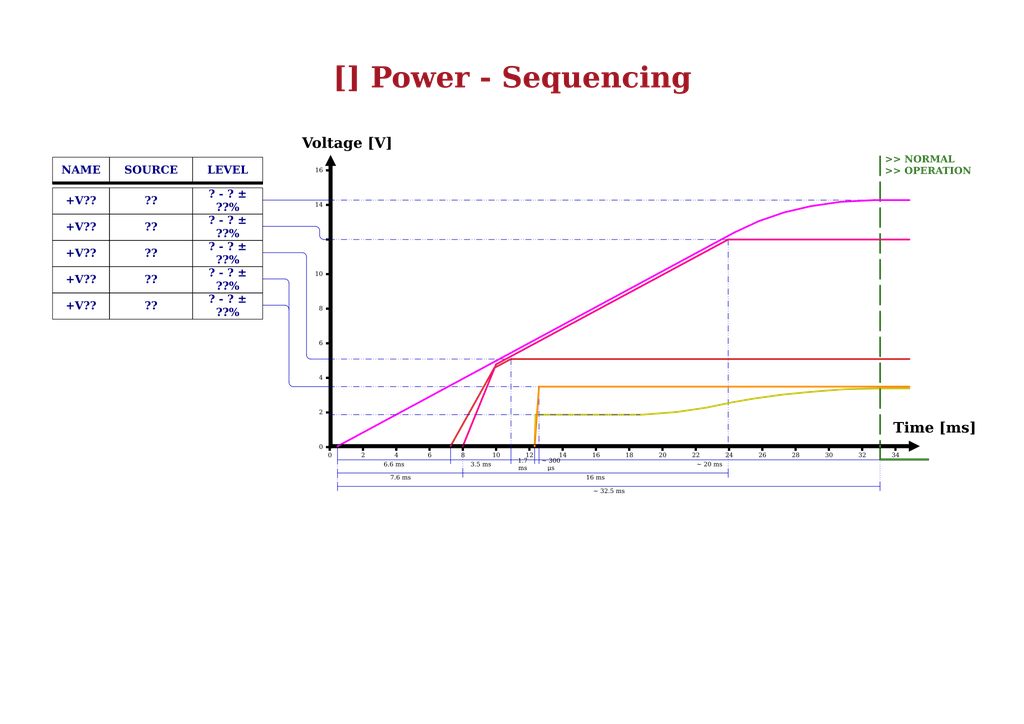
<source format=kicad_sch>
(kicad_sch
	(version 20250114)
	(generator "eeschema")
	(generator_version "9.0")
	(uuid "26e99a33-043b-499d-a26e-816ff79b487a")
	(paper "A4")
	(title_block
		(title "Power - Sequencing")
		(date "2025-01-12")
		(rev "${REVISION}")
		(company "${COMPANY}")
	)
	(lib_symbols)
	(rectangle
		(start 94.615 119.38)
		(end 96.139 119.888)
		(stroke
			(width 0)
			(type default)
			(color 0 0 0 1)
		)
		(fill
			(type color)
			(color 0 0 0 1)
		)
		(uuid 01c9fd1d-d2cd-474e-a2f2-7336d2eb5438)
	)
	(rectangle
		(start 114.681 129.159)
		(end 115.189 130.683)
		(stroke
			(width 0)
			(type default)
			(color 0 0 0 1)
		)
		(fill
			(type color)
			(color 0 0 0 1)
		)
		(uuid 085660ca-3a67-46bf-85b0-bb74abf891e3)
	)
	(rectangle
		(start 191.897 129.159)
		(end 192.405 130.683)
		(stroke
			(width 0)
			(type default)
			(color 0 0 0 1)
		)
		(fill
			(type color)
			(color 0 0 0 1)
		)
		(uuid 09774e91-f9d0-4db9-9e0f-815490f4898d)
	)
	(arc
		(start 82.55 80.897)
		(mid 83.4487 81.2689)
		(end 83.82 82.167)
		(stroke
			(width 0)
			(type default)
		)
		(fill
			(type none)
		)
		(uuid 0c0f9f41-f41f-4d24-90e5-831fa1470dea)
	)
	(rectangle
		(start 249.809 129.159)
		(end 250.317 130.683)
		(stroke
			(width 0)
			(type default)
			(color 0 0 0 1)
		)
		(fill
			(type color)
			(color 0 0 0 1)
		)
		(uuid 1c1e908e-05f8-44d9-8561-32d60503f5fa)
	)
	(rectangle
		(start 220.853 129.159)
		(end 221.361 130.683)
		(stroke
			(width 0)
			(type default)
			(color 0 0 0 1)
		)
		(fill
			(type color)
			(color 0 0 0 1)
		)
		(uuid 205e879f-c514-4b78-8bf1-d45ed4980894)
	)
	(rectangle
		(start 94.615 79.248)
		(end 96.139 79.756)
		(stroke
			(width 0)
			(type default)
			(color 0 0 0 1)
		)
		(fill
			(type color)
			(color 0 0 0 1)
		)
		(uuid 23111c0a-8311-4e0b-b6b5-bb05b9cd3eab)
	)
	(rectangle
		(start 201.549 129.159)
		(end 202.057 130.683)
		(stroke
			(width 0)
			(type default)
			(color 0 0 0 1)
		)
		(fill
			(type color)
			(color 0 0 0 1)
		)
		(uuid 3b7d974c-37a0-442f-9733-47c591f05f53)
	)
	(arc
		(start 91.44 65.659)
		(mid 92.338 66.031)
		(end 92.71 66.929)
		(stroke
			(width 0)
			(type default)
		)
		(fill
			(type none)
		)
		(uuid 3c5d6acd-d97b-4c05-80b5-9742f3e3b5f0)
	)
	(rectangle
		(start 95.377 129.159)
		(end 95.885 130.683)
		(stroke
			(width 0)
			(type default)
			(color 0 0 0 1)
		)
		(fill
			(type color)
			(color 0 0 0 1)
		)
		(uuid 3dd077b4-ca8f-47c2-bee1-2e3802083be7)
	)
	(rectangle
		(start 133.985 129.159)
		(end 134.493 130.683)
		(stroke
			(width 0)
			(type default)
			(color 0 0 0 1)
		)
		(fill
			(type color)
			(color 0 0 0 1)
		)
		(uuid 3e62ef00-0c8e-41fa-b2f3-08de867fa54f)
	)
	(rectangle
		(start 94.615 69.215)
		(end 96.139 69.723)
		(stroke
			(width 0)
			(type default)
			(color 0 0 0 1)
		)
		(fill
			(type color)
			(color 0 0 0 1)
		)
		(uuid 421293c6-3cf3-494b-b1c5-7fc458134e79)
	)
	(rectangle
		(start 15.24 52.705)
		(end 76.2 53.467)
		(stroke
			(width 0)
			(type default)
			(color 0 0 0 1)
		)
		(fill
			(type color)
			(color 0 0 0 1)
		)
		(uuid 42271fe1-5842-414e-a310-4925dcee0008)
	)
	(rectangle
		(start 94.615 89.281)
		(end 96.139 89.789)
		(stroke
			(width 0)
			(type default)
			(color 0 0 0 1)
		)
		(fill
			(type color)
			(color 0 0 0 1)
		)
		(uuid 469c46ff-b6e8-4790-b52f-1ed9a2bdd1f8)
	)
	(rectangle
		(start 162.941 129.159)
		(end 163.449 130.683)
		(stroke
			(width 0)
			(type default)
			(color 0 0 0 1)
		)
		(fill
			(type color)
			(color 0 0 0 1)
		)
		(uuid 56c4474d-0301-4408-974f-0518f1baa953)
	)
	(rectangle
		(start 143.637 129.159)
		(end 144.145 130.683)
		(stroke
			(width 0)
			(type default)
			(color 0 0 0 1)
		)
		(fill
			(type color)
			(color 0 0 0 1)
		)
		(uuid 5eee5b1a-6c26-4234-8466-170b3f779aa3)
	)
	(rectangle
		(start 95.377 128.905)
		(end 263.779 129.921)
		(stroke
			(width 0)
			(type default)
			(color 0 0 0 1)
		)
		(fill
			(type color)
			(color 0 0 0 1)
		)
		(uuid 6d8a1105-6737-4a0b-9f5f-040b945eed17)
	)
	(arc
		(start 90.17 104.141)
		(mid 89.2716 103.7691)
		(end 88.9 102.871)
		(stroke
			(width 0)
			(type default)
		)
		(fill
			(type none)
		)
		(uuid 7b2230f0-ce99-43e9-84a4-a791101d7b85)
	)
	(rectangle
		(start 94.615 99.314)
		(end 96.139 99.822)
		(stroke
			(width 0)
			(type default)
			(color 0 0 0 1)
		)
		(fill
			(type color)
			(color 0 0 0 1)
		)
		(uuid 7f8be5cb-90a9-46c5-97db-3d1d78b2f341)
	)
	(rectangle
		(start 94.615 109.347)
		(end 96.139 109.855)
		(stroke
			(width 0)
			(type default)
			(color 0 0 0 1)
		)
		(fill
			(type color)
			(color 0 0 0 1)
		)
		(uuid 7fdcc2de-fa58-4066-9ff8-f7d6046e1167)
	)
	(rectangle
		(start 259.461 129.159)
		(end 259.969 130.683)
		(stroke
			(width 0)
			(type default)
			(color 0 0 0 1)
		)
		(fill
			(type color)
			(color 0 0 0 1)
		)
		(uuid 842b39c1-4ee6-4238-8b46-e785731d06f1)
	)
	(rectangle
		(start 105.029 129.159)
		(end 105.537 130.683)
		(stroke
			(width 0)
			(type default)
			(color 0 0 0 1)
		)
		(fill
			(type color)
			(color 0 0 0 1)
		)
		(uuid 960a89ab-5167-4e3c-95c8-b3e891644096)
	)
	(rectangle
		(start 240.157 129.159)
		(end 240.665 130.683)
		(stroke
			(width 0)
			(type default)
			(color 0 0 0 1)
		)
		(fill
			(type color)
			(color 0 0 0 1)
		)
		(uuid 96e56ef9-debd-4418-8330-7dca10cdbbe7)
	)
	(rectangle
		(start 95.377 47.371)
		(end 96.393 129.921)
		(stroke
			(width 0)
			(type default)
			(color 0 0 0 1)
		)
		(fill
			(type color)
			(color 0 0 0 1)
		)
		(uuid 996b6b38-3a4b-457c-8281-2dd4304c7e91)
	)
	(arc
		(start 82.55 88.516)
		(mid 83.4491 88.8878)
		(end 83.82 89.786)
		(stroke
			(width 0)
			(type default)
		)
		(fill
			(type none)
		)
		(uuid 9ad9af7d-f870-4f4d-b863-a3cb88d12708)
	)
	(rectangle
		(start 211.201 129.159)
		(end 211.709 130.683)
		(stroke
			(width 0)
			(type default)
			(color 0 0 0 1)
		)
		(fill
			(type color)
			(color 0 0 0 1)
		)
		(uuid 9bd636ad-96b2-4037-90f6-ad48772c0413)
	)
	(rectangle
		(start 230.505 129.159)
		(end 231.013 130.683)
		(stroke
			(width 0)
			(type default)
			(color 0 0 0 1)
		)
		(fill
			(type color)
			(color 0 0 0 1)
		)
		(uuid ab3483ad-9beb-416f-a41c-b3b1b7dc1850)
	)
	(rectangle
		(start 94.615 49.149)
		(end 96.139 49.657)
		(stroke
			(width 0)
			(type default)
			(color 0 0 0 1)
		)
		(fill
			(type color)
			(color 0 0 0 1)
		)
		(uuid b0c9fcec-fe45-4575-885f-193ce09a72d8)
	)
	(rectangle
		(start 172.593 129.159)
		(end 173.101 130.683)
		(stroke
			(width 0)
			(type default)
			(color 0 0 0 1)
		)
		(fill
			(type color)
			(color 0 0 0 1)
		)
		(uuid bacf2a60-ebce-4900-a491-53d1d841d529)
	)
	(rectangle
		(start 124.333 129.159)
		(end 124.841 130.683)
		(stroke
			(width 0)
			(type default)
			(color 0 0 0 1)
		)
		(fill
			(type color)
			(color 0 0 0 1)
		)
		(uuid c0e4d47a-808d-44d6-ac4a-0f050619e78d)
	)
	(arc
		(start 93.98 69.47)
		(mid 93.0816 69.0981)
		(end 92.71 68.2)
		(stroke
			(width 0)
			(type default)
		)
		(fill
			(type none)
		)
		(uuid c23b0f3d-e1fb-4eb1-9484-38fb02d60c76)
	)
	(rectangle
		(start 255.27 133.0198)
		(end 269.367 133.5278)
		(stroke
			(width 0)
			(type default)
			(color 53 123 38 1)
		)
		(fill
			(type color)
			(color 53 123 38 1)
		)
		(uuid cd333f61-3a84-425e-9405-6c9441d11e74)
	)
	(arc
		(start 87.63 73.278)
		(mid 88.5284 73.6499)
		(end 88.9 74.548)
		(stroke
			(width 0)
			(type default)
		)
		(fill
			(type none)
		)
		(uuid d7c738e5-3058-4b9a-a958-4d502446d8e3)
	)
	(rectangle
		(start 94.615 59.182)
		(end 96.139 59.69)
		(stroke
			(width 0)
			(type default)
			(color 0 0 0 1)
		)
		(fill
			(type color)
			(color 0 0 0 1)
		)
		(uuid d880b30a-ae22-4b99-94cc-3cc9c533e8e9)
	)
	(rectangle
		(start 182.245 129.159)
		(end 182.753 130.683)
		(stroke
			(width 0)
			(type default)
			(color 0 0 0 1)
		)
		(fill
			(type color)
			(color 0 0 0 1)
		)
		(uuid f32b3655-beae-4c32-8ac8-4acf2e080e86)
	)
	(rectangle
		(start 153.289 129.159)
		(end 153.797 130.683)
		(stroke
			(width 0)
			(type default)
			(color 0 0 0 1)
		)
		(fill
			(type color)
			(color 0 0 0 1)
		)
		(uuid f8dd6608-6fed-4399-a2fa-9a4460646543)
	)
	(arc
		(start 85.09 112.144)
		(mid 84.1909 111.7722)
		(end 83.82 110.874)
		(stroke
			(width 0)
			(type default)
		)
		(fill
			(type none)
		)
		(uuid fa9c855a-c6c8-4a57-823f-c3bb6c2a3ab3)
	)
	(rectangle
		(start 94.615 129.413)
		(end 96.139 129.921)
		(stroke
			(width 0)
			(type default)
			(color 0 0 0 1)
		)
		(fill
			(type color)
			(color 0 0 0 1)
		)
		(uuid fbce5f74-e6dc-4caf-95b1-d2e389cbff45)
	)
	(text "Voltage [V]"
		(exclude_from_sim no)
		(at 87.6046 44.4246 0)
		(effects
			(font
				(face "Times New Roman")
				(size 3 3)
				(thickness 0.4)
				(bold yes)
				(color 0 0 0 1)
			)
			(justify left bottom)
		)
		(uuid "175b8f18-81ff-4b8b-bacc-429ebcefd377")
	)
	(text ">> NORMAL \n>> OPERATION"
		(exclude_from_sim no)
		(at 256.667 51.562 0)
		(effects
			(font
				(face "Times New Roman")
				(size 2 2)
				(thickness 0.4)
				(bold yes)
				(color 53 123 38 1)
			)
			(justify left bottom)
		)
		(uuid "b29326be-65a3-4fc5-9d14-850aa59ca2a1")
	)
	(text "Time [ms]"
		(exclude_from_sim no)
		(at 259.08 127 0)
		(effects
			(font
				(face "Times New Roman")
				(size 3 3)
				(thickness 0.4)
				(bold yes)
				(color 0 0 0 1)
			)
			(justify left bottom)
		)
		(uuid "be8ac8d4-7137-494d-bff2-23ac58b6a9ef")
	)
	(text_box "3.5 ms"
		(exclude_from_sim no)
		(at 130.6576 133.4516 0)
		(size 17.653 2.54)
		(margins 0.9524 0.9524 0.9524 0.9524)
		(stroke
			(width -0.0001)
			(type default)
		)
		(fill
			(type none)
		)
		(effects
			(font
				(face "Times New Roman")
				(size 1.27 1.27)
				(color 0 0 0 1)
			)
		)
		(uuid "057279ac-9604-4990-8e26-7bec51ceaf06")
	)
	(text_box "18"
		(exclude_from_sim no)
		(at 180.8226 130.7846 0)
		(size 3.429 2.54)
		(margins 0.9524 0.9524 0.9524 0.9524)
		(stroke
			(width -0.0001)
			(type default)
		)
		(fill
			(type none)
		)
		(effects
			(font
				(face "Times New Roman")
				(size 1.27 1.27)
				(color 0 0 0 1)
			)
		)
		(uuid "08241509-e60b-45e1-b1ab-84f794ba668b")
	)
	(text_box "24"
		(exclude_from_sim no)
		(at 209.7786 130.7846 0)
		(size 3.429 2.54)
		(margins 0.9524 0.9524 0.9524 0.9524)
		(stroke
			(width -0.0001)
			(type default)
		)
		(fill
			(type none)
		)
		(effects
			(font
				(face "Times New Roman")
				(size 1.27 1.27)
				(color 0 0 0 1)
			)
		)
		(uuid "09ad8a29-0526-43a2-bbd5-b6f200d8097b")
	)
	(text_box "8"
		(exclude_from_sim no)
		(at 132.5626 130.7846 0)
		(size 3.429 2.54)
		(margins 0.9524 0.9524 0.9524 0.9524)
		(stroke
			(width -0.0001)
			(type default)
		)
		(fill
			(type none)
		)
		(effects
			(font
				(face "Times New Roman")
				(size 1.27 1.27)
				(color 0 0 0 1)
			)
		)
		(uuid "0de4d20a-cc42-420d-81c0-b6c33e089acb")
	)
	(text_box "7.6 ms"
		(exclude_from_sim no)
		(at 98.0186 137.2616 0)
		(size 36.322 2.54)
		(margins 0.9524 0.9524 0.9524 0.9524)
		(stroke
			(width -0.0001)
			(type default)
		)
		(fill
			(type none)
		)
		(effects
			(font
				(face "Times New Roman")
				(size 1.27 1.27)
				(color 0 0 0 1)
			)
		)
		(uuid "1013f434-6a63-4228-8d39-5e75ca888b6f")
	)
	(text_box "? - ? ± ??%"
		(exclude_from_sim no)
		(at 55.88 84.963 0)
		(size 20.32 7.62)
		(margins 1.7145 1.7145 1.7145 1.7145)
		(stroke
			(width 0)
			(type default)
			(color 0 0 0 1)
		)
		(fill
			(type none)
		)
		(effects
			(font
				(face "Times New Roman")
				(size 2.286 2.286)
				(bold yes)
				(color 0 0 127 1)
			)
		)
		(uuid "168bea25-5ecd-4637-ad4e-9c2d6a44d991")
	)
	(text_box "16"
		(exclude_from_sim no)
		(at 87.757 48.133 0)
		(size 6.858 2.54)
		(margins 0.9524 0.9524 0.9524 0.9524)
		(stroke
			(width -0.0001)
			(type default)
		)
		(fill
			(type none)
		)
		(effects
			(font
				(face "Times New Roman")
				(size 1.27 1.27)
				(color 0 0 0 1)
			)
			(justify right)
		)
		(uuid "1acc95ba-1aa1-4082-b81d-95c58a7a5af8")
	)
	(text_box "28"
		(exclude_from_sim no)
		(at 229.0826 130.7846 0)
		(size 3.429 2.54)
		(margins 0.9524 0.9524 0.9524 0.9524)
		(stroke
			(width -0.0001)
			(type default)
		)
		(fill
			(type none)
		)
		(effects
			(font
				(face "Times New Roman")
				(size 1.27 1.27)
				(color 0 0 0 1)
			)
		)
		(uuid "1b5838a0-a4ae-4fb3-ae92-0f87f906c2fd")
	)
	(text_box "~ 300 μs"
		(exclude_from_sim no)
		(at 154.9146 133.4516 0)
		(size 9.779 2.54)
		(margins 0.9524 0.9524 0.9524 0.9524)
		(stroke
			(width -0.0001)
			(type default)
		)
		(fill
			(type none)
		)
		(effects
			(font
				(face "Times New Roman")
				(size 1.27 1.27)
				(color 0 0 0 1)
			)
		)
		(uuid "20bbe4a3-b3be-4f55-b2bf-0186c6f41602")
	)
	(text_box "10"
		(exclude_from_sim no)
		(at 142.2146 130.7846 0)
		(size 3.429 2.54)
		(margins 0.9524 0.9524 0.9524 0.9524)
		(stroke
			(width -0.0001)
			(type default)
		)
		(fill
			(type none)
		)
		(effects
			(font
				(face "Times New Roman")
				(size 1.27 1.27)
				(color 0 0 0 1)
			)
		)
		(uuid "233b215e-473b-40c1-8a9f-d71a58a647c1")
	)
	(text_box "1.7 ms"
		(exclude_from_sim no)
		(at 148.1836 133.4516 0)
		(size 6.858 2.54)
		(margins 0.9524 0.9524 0.9524 0.9524)
		(stroke
			(width -0.0001)
			(type default)
		)
		(fill
			(type none)
		)
		(effects
			(font
				(face "Times New Roman")
				(size 1.27 1.27)
				(color 0 0 0 1)
			)
		)
		(uuid "26c95559-cfb5-4481-9360-985eb89e9388")
	)
	(text_box "16 ms"
		(exclude_from_sim no)
		(at 134.2136 137.2616 0)
		(size 76.962 2.54)
		(margins 0.9524 0.9524 0.9524 0.9524)
		(stroke
			(width -0.0001)
			(type default)
		)
		(fill
			(type none)
		)
		(effects
			(font
				(face "Times New Roman")
				(size 1.27 1.27)
				(color 0 0 0 1)
			)
		)
		(uuid "288b5377-4e86-405e-bd20-a9e364c04dba")
	)
	(text_box "+V??"
		(exclude_from_sim no)
		(at 15.24 62.103 0)
		(size 16.51 7.62)
		(margins 1.7145 1.7145 1.7145 1.7145)
		(stroke
			(width 0)
			(type default)
			(color 0 0 0 1)
		)
		(fill
			(type none)
		)
		(effects
			(font
				(face "Times New Roman")
				(size 2.286 2.286)
				(bold yes)
				(color 0 0 127 1)
			)
		)
		(uuid "2d5ddbed-d046-46bd-afde-e8972921e7be")
	)
	(text_box "20"
		(exclude_from_sim no)
		(at 190.4746 130.7846 0)
		(size 3.429 2.54)
		(margins 0.9524 0.9524 0.9524 0.9524)
		(stroke
			(width -0.0001)
			(type default)
		)
		(fill
			(type none)
		)
		(effects
			(font
				(face "Times New Roman")
				(size 1.27 1.27)
				(color 0 0 0 1)
			)
		)
		(uuid "2e2baf2b-607e-438c-8d19-d89e05695d71")
	)
	(text_box "4"
		(exclude_from_sim no)
		(at 87.7316 108.3056 0)
		(size 6.858 2.54)
		(margins 0.9524 0.9524 0.9524 0.9524)
		(stroke
			(width -0.0001)
			(type default)
		)
		(fill
			(type none)
		)
		(effects
			(font
				(face "Times New Roman")
				(size 1.27 1.27)
				(color 0 0 0 1)
			)
			(justify right)
		)
		(uuid "3010b19b-c99d-4b77-bf14-7f71b9f36a3e")
	)
	(text_box "??"
		(exclude_from_sim no)
		(at 31.75 84.963 0)
		(size 24.13 7.62)
		(margins 1.7145 1.7145 1.7145 1.7145)
		(stroke
			(width 0)
			(type default)
			(color 0 0 0 1)
		)
		(fill
			(type none)
		)
		(effects
			(font
				(face "Times New Roman")
				(size 2.286 2.286)
				(bold yes)
				(color 0 0 127 1)
			)
		)
		(uuid "34a00741-5aa3-425e-8d2f-36fe2780fcc3")
	)
	(text_box "??"
		(exclude_from_sim no)
		(at 31.75 62.103 0)
		(size 24.13 7.62)
		(margins 1.7145 1.7145 1.7145 1.7145)
		(stroke
			(width 0)
			(type default)
			(color 0 0 0 1)
		)
		(fill
			(type none)
		)
		(effects
			(font
				(face "Times New Roman")
				(size 2.286 2.286)
				(bold yes)
				(color 0 0 127 1)
			)
		)
		(uuid "362b01b6-9828-4b98-a400-4a3f9ece633a")
	)
	(text_box "32"
		(exclude_from_sim no)
		(at 248.3866 130.7846 0)
		(size 3.429 2.54)
		(margins 0.9524 0.9524 0.9524 0.9524)
		(stroke
			(width -0.0001)
			(type default)
		)
		(fill
			(type none)
		)
		(effects
			(font
				(face "Times New Roman")
				(size 1.27 1.27)
				(color 0 0 0 1)
			)
		)
		(uuid "3ab2035b-94f9-4133-b63d-2dbd7b4e6e49")
	)
	(text_box "LEVEL"
		(exclude_from_sim no)
		(at 55.88 45.593 0)
		(size 20.32 7.62)
		(margins 1.7145 1.7145 1.7145 1.7145)
		(stroke
			(width 0)
			(type default)
			(color 0 0 0 1)
		)
		(fill
			(type none)
		)
		(effects
			(font
				(face "Times New Roman")
				(size 2.286 2.286)
				(bold yes)
				(color 0 0 127 1)
			)
		)
		(uuid "3cd39124-5460-432f-a6e2-6e3d0cfdc884")
	)
	(text_box "NAME"
		(exclude_from_sim no)
		(at 15.24 45.593 0)
		(size 16.51 7.62)
		(margins 1.7145 1.7145 1.7145 1.7145)
		(stroke
			(width 0)
			(type default)
			(color 0 0 0 1)
		)
		(fill
			(type none)
		)
		(effects
			(font
				(face "Times New Roman")
				(size 2.286 2.286)
				(bold yes)
				(color 0 0 127 1)
			)
		)
		(uuid "45440644-b7a1-4eca-8e5e-a9c7c9e4e343")
	)
	(text_box "6"
		(exclude_from_sim no)
		(at 122.9106 130.7846 0)
		(size 3.429 2.54)
		(margins 0.9524 0.9524 0.9524 0.9524)
		(stroke
			(width -0.0001)
			(type default)
		)
		(fill
			(type none)
		)
		(effects
			(font
				(face "Times New Roman")
				(size 1.27 1.27)
				(color 0 0 0 1)
			)
		)
		(uuid "52a74200-5717-4af9-b5e4-1d404429f3c6")
	)
	(text_box "+V??"
		(exclude_from_sim no)
		(at 15.24 77.343 0)
		(size 16.51 7.62)
		(margins 1.7145 1.7145 1.7145 1.7145)
		(stroke
			(width 0)
			(type default)
			(color 0 0 0 1)
		)
		(fill
			(type none)
		)
		(effects
			(font
				(face "Times New Roman")
				(size 2.286 2.286)
				(bold yes)
				(color 0 0 127 1)
			)
		)
		(uuid "534d6816-56cd-46a1-b732-3f07b130a1e6")
	)
	(text_box "~ 20 ms"
		(exclude_from_sim no)
		(at 156.3116 133.4516 0)
		(size 98.933 2.54)
		(margins 0.9524 0.9524 0.9524 0.9524)
		(stroke
			(width -0.0001)
			(type default)
		)
		(fill
			(type none)
		)
		(effects
			(font
				(face "Times New Roman")
				(size 1.27 1.27)
				(color 0 0 0 1)
			)
		)
		(uuid "53d1cf93-77bb-4e07-8e05-b99e1e701b70")
	)
	(text_box "SOURCE"
		(exclude_from_sim no)
		(at 31.75 45.593 0)
		(size 24.13 7.62)
		(margins 1.7145 1.7145 1.7145 1.7145)
		(stroke
			(width 0)
			(type default)
			(color 0 0 0 1)
		)
		(fill
			(type none)
		)
		(effects
			(font
				(face "Times New Roman")
				(size 2.286 2.286)
				(bold yes)
				(color 0 0 127 1)
			)
		)
		(uuid "5615c045-76fe-436f-b1ee-f5af0d2c63c0")
	)
	(text_box "4"
		(exclude_from_sim no)
		(at 113.2586 130.7846 0)
		(size 3.429 2.54)
		(margins 0.9524 0.9524 0.9524 0.9524)
		(stroke
			(width -0.0001)
			(type default)
		)
		(fill
			(type none)
		)
		(effects
			(font
				(face "Times New Roman")
				(size 1.27 1.27)
				(color 0 0 0 1)
			)
		)
		(uuid "5caf4e82-2927-400a-acd0-821d25796651")
	)
	(text_box "8"
		(exclude_from_sim no)
		(at 87.7316 88.2396 0)
		(size 6.858 2.54)
		(margins 0.9524 0.9524 0.9524 0.9524)
		(stroke
			(width -0.0001)
			(type default)
		)
		(fill
			(type none)
		)
		(effects
			(font
				(face "Times New Roman")
				(size 1.27 1.27)
				(color 0 0 0 1)
			)
			(justify right)
		)
		(uuid "6505df1b-9fde-4bbe-a672-be1b9857afa1")
	)
	(text_box "26"
		(exclude_from_sim no)
		(at 219.4306 130.7846 0)
		(size 3.429 2.54)
		(margins 0.9524 0.9524 0.9524 0.9524)
		(stroke
			(width -0.0001)
			(type default)
		)
		(fill
			(type none)
		)
		(effects
			(font
				(face "Times New Roman")
				(size 1.27 1.27)
				(color 0 0 0 1)
			)
		)
		(uuid "66adcae9-49e5-4fb7-a5be-2d5aa2aa227e")
	)
	(text_box "2"
		(exclude_from_sim no)
		(at 103.6066 130.7846 0)
		(size 3.429 2.54)
		(margins 0.9524 0.9524 0.9524 0.9524)
		(stroke
			(width -0.0001)
			(type default)
		)
		(fill
			(type none)
		)
		(effects
			(font
				(face "Times New Roman")
				(size 1.27 1.27)
				(color 0 0 0 1)
			)
		)
		(uuid "67b43e82-5cc6-4c5f-857a-bae126f94920")
	)
	(text_box "▲"
		(exclude_from_sim no)
		(at 94.615 45.085 0)
		(size 2.54 2.54)
		(margins 2.2499 2.2499 2.2499 2.2499)
		(stroke
			(width -0.0001)
			(type default)
		)
		(fill
			(type none)
		)
		(effects
			(font
				(face "Times New Roman")
				(size 3 3)
				(color 0 0 0 1)
			)
		)
		(uuid "69d7b4c2-c118-4b95-bd3b-473104ff316a")
	)
	(text_box "+V??"
		(exclude_from_sim no)
		(at 15.24 69.723 0)
		(size 16.51 7.62)
		(margins 1.7145 1.7145 1.7145 1.7145)
		(stroke
			(width 0)
			(type default)
			(color 0 0 0 1)
		)
		(fill
			(type none)
		)
		(effects
			(font
				(face "Times New Roman")
				(size 2.286 2.286)
				(bold yes)
				(color 0 0 127 1)
			)
		)
		(uuid "7c5e60ac-aa6c-44e8-8493-c0a9e5ff3009")
	)
	(text_box "14"
		(exclude_from_sim no)
		(at 161.5186 130.7846 0)
		(size 3.429 2.54)
		(margins 0.9524 0.9524 0.9524 0.9524)
		(stroke
			(width -0.0001)
			(type default)
		)
		(fill
			(type none)
		)
		(effects
			(font
				(face "Times New Roman")
				(size 1.27 1.27)
				(color 0 0 0 1)
			)
		)
		(uuid "7df7bfab-9129-461d-bdb7-48b4c71332fd")
	)
	(text_box "14"
		(exclude_from_sim no)
		(at 87.7316 58.1406 0)
		(size 6.858 2.54)
		(margins 0.9524 0.9524 0.9524 0.9524)
		(stroke
			(width -0.0001)
			(type default)
		)
		(fill
			(type none)
		)
		(effects
			(font
				(face "Times New Roman")
				(size 1.27 1.27)
				(color 0 0 0 1)
			)
			(justify right)
		)
		(uuid "7e86fc43-dc59-4681-818f-cb7ab0a72f3e")
	)
	(text_box "22"
		(exclude_from_sim no)
		(at 200.1266 130.7846 0)
		(size 3.429 2.54)
		(margins 0.9524 0.9524 0.9524 0.9524)
		(stroke
			(width -0.0001)
			(type default)
		)
		(fill
			(type none)
		)
		(effects
			(font
				(face "Times New Roman")
				(size 1.27 1.27)
				(color 0 0 0 1)
			)
		)
		(uuid "7f3e65a9-aab7-4e42-9498-fca7b427e5fc")
	)
	(text_box "[${#}] ${TITLE}"
		(exclude_from_sim no)
		(at 80.01 16.51 0)
		(size 137.16 12.7)
		(margins 4.4999 4.4999 4.4999 4.4999)
		(stroke
			(width -0.0001)
			(type default)
		)
		(fill
			(type none)
		)
		(effects
			(font
				(face "Times New Roman")
				(size 6 6)
				(thickness 1.2)
				(bold yes)
				(color 162 22 34 1)
			)
		)
		(uuid "80f76b8d-52cb-49fe-9647-9cd8137cf5f3")
	)
	(text_box "??"
		(exclude_from_sim no)
		(at 31.75 77.343 0)
		(size 24.13 7.62)
		(margins 1.7145 1.7145 1.7145 1.7145)
		(stroke
			(width 0)
			(type default)
			(color 0 0 0 1)
		)
		(fill
			(type none)
		)
		(effects
			(font
				(face "Times New Roman")
				(size 2.286 2.286)
				(bold yes)
				(color 0 0 127 1)
			)
		)
		(uuid "8966b19a-d616-412b-9b47-a52574bb7ce5")
	)
	(text_box "2"
		(exclude_from_sim no)
		(at 87.7316 118.3386 0)
		(size 6.858 2.54)
		(margins 0.9524 0.9524 0.9524 0.9524)
		(stroke
			(width -0.0001)
			(type default)
		)
		(fill
			(type none)
		)
		(effects
			(font
				(face "Times New Roman")
				(size 1.27 1.27)
				(color 0 0 0 1)
			)
			(justify right)
		)
		(uuid "8a474ee7-94fa-4ccc-b38a-f2fbfc4e735c")
	)
	(text_box "34"
		(exclude_from_sim no)
		(at 258.0386 130.7846 0)
		(size 3.429 2.54)
		(margins 0.9524 0.9524 0.9524 0.9524)
		(stroke
			(width -0.0001)
			(type default)
		)
		(fill
			(type none)
		)
		(effects
			(font
				(face "Times New Roman")
				(size 1.27 1.27)
				(color 0 0 0 1)
			)
		)
		(uuid "8dcf82bc-98be-4b97-af1b-f866a586ff9f")
	)
	(text_box "12"
		(exclude_from_sim no)
		(at 151.8666 130.7846 0)
		(size 3.429 2.54)
		(margins 0.9524 0.9524 0.9524 0.9524)
		(stroke
			(width -0.0001)
			(type default)
		)
		(fill
			(type none)
		)
		(effects
			(font
				(face "Times New Roman")
				(size 1.27 1.27)
				(color 0 0 0 1)
			)
		)
		(uuid "9334e207-a5ef-405d-9255-7532e4d805ec")
	)
	(text_box "??"
		(exclude_from_sim no)
		(at 31.75 69.723 0)
		(size 24.13 7.62)
		(margins 1.7145 1.7145 1.7145 1.7145)
		(stroke
			(width 0)
			(type default)
			(color 0 0 0 1)
		)
		(fill
			(type none)
		)
		(effects
			(font
				(face "Times New Roman")
				(size 2.286 2.286)
				(bold yes)
				(color 0 0 127 1)
			)
		)
		(uuid "96162dac-db58-49af-bc56-c797681d3382")
	)
	(text_box "0"
		(exclude_from_sim no)
		(at 93.98 130.81 0)
		(size 3.429 2.54)
		(margins 0.9524 0.9524 0.9524 0.9524)
		(stroke
			(width -0.0001)
			(type default)
		)
		(fill
			(type none)
		)
		(effects
			(font
				(face "Times New Roman")
				(size 1.27 1.27)
				(color 0 0 0 1)
			)
		)
		(uuid "9dba9cf1-c429-45db-bb2a-868858aa5986")
	)
	(text_box "??"
		(exclude_from_sim no)
		(at 31.75 54.483 0)
		(size 24.13 7.62)
		(margins 1.7145 1.7145 1.7145 1.7145)
		(stroke
			(width 0)
			(type default)
			(color 0 0 0 1)
		)
		(fill
			(type none)
		)
		(effects
			(font
				(face "Times New Roman")
				(size 2.286 2.286)
				(bold yes)
				(color 0 0 127 1)
			)
		)
		(uuid "a5a86ae4-3ea7-4429-8374-6853dbf3865c")
	)
	(text_box "? - ? ± ??%"
		(exclude_from_sim no)
		(at 55.88 69.723 0)
		(size 20.32 7.62)
		(margins 1.7145 1.7145 1.7145 1.7145)
		(stroke
			(width 0)
			(type default)
			(color 0 0 0 1)
		)
		(fill
			(type none)
		)
		(effects
			(font
				(face "Times New Roman")
				(size 2.286 2.286)
				(bold yes)
				(color 0 0 127 1)
			)
		)
		(uuid "aaf3a0b7-a131-4476-bccc-dd7373144909")
	)
	(text_box "? - ? ± ??%"
		(exclude_from_sim no)
		(at 55.88 77.343 0)
		(size 20.32 7.62)
		(margins 1.7145 1.7145 1.7145 1.7145)
		(stroke
			(width 0)
			(type default)
			(color 0 0 0 1)
		)
		(fill
			(type none)
		)
		(effects
			(font
				(face "Times New Roman")
				(size 2.286 2.286)
				(bold yes)
				(color 0 0 127 1)
			)
		)
		(uuid "ad3a5f07-5d67-4bdd-85a5-3e529605405c")
	)
	(text_box "+V??"
		(exclude_from_sim no)
		(at 15.24 84.963 0)
		(size 16.51 7.62)
		(margins 1.7145 1.7145 1.7145 1.7145)
		(stroke
			(width 0)
			(type default)
			(color 0 0 0 1)
		)
		(fill
			(type none)
		)
		(effects
			(font
				(face "Times New Roman")
				(size 2.286 2.286)
				(bold yes)
				(color 0 0 127 1)
			)
		)
		(uuid "b149cc82-24c2-4523-8290-e7d9f9f6c81a")
	)
	(text_box "+V??"
		(exclude_from_sim no)
		(at 15.24 54.483 0)
		(size 16.51 7.62)
		(margins 1.7145 1.7145 1.7145 1.7145)
		(stroke
			(width 0)
			(type default)
			(color 0 0 0 1)
		)
		(fill
			(type none)
		)
		(effects
			(font
				(face "Times New Roman")
				(size 2.286 2.286)
				(bold yes)
				(color 0 0 127 1)
			)
		)
		(uuid "b711fedc-ef03-4d2a-8b96-b7d593e5186d")
	)
	(text_box "6"
		(exclude_from_sim no)
		(at 87.7316 98.2726 0)
		(size 6.858 2.54)
		(margins 0.9524 0.9524 0.9524 0.9524)
		(stroke
			(width -0.0001)
			(type default)
		)
		(fill
			(type none)
		)
		(effects
			(font
				(face "Times New Roman")
				(size 1.27 1.27)
				(color 0 0 0 1)
			)
			(justify right)
		)
		(uuid "bce17a48-7e59-488b-9a33-1522b6d97175")
	)
	(text_box "6.6 ms"
		(exclude_from_sim no)
		(at 97.8916 133.4516 0)
		(size 32.766 2.54)
		(margins 0.9524 0.9524 0.9524 0.9524)
		(stroke
			(width -0.0001)
			(type default)
		)
		(fill
			(type none)
		)
		(effects
			(font
				(face "Times New Roman")
				(size 1.27 1.27)
				(color 0 0 0 1)
			)
		)
		(uuid "c588afea-31c7-4b80-a042-17fbbb6af658")
	)
	(text_box "0"
		(exclude_from_sim no)
		(at 87.757 128.397 0)
		(size 6.858 2.54)
		(margins 0.9524 0.9524 0.9524 0.9524)
		(stroke
			(width -0.0001)
			(type default)
		)
		(fill
			(type none)
		)
		(effects
			(font
				(face "Times New Roman")
				(size 1.27 1.27)
				(color 0 0 0 1)
			)
			(justify right)
		)
		(uuid "c5d537af-47e9-4471-8118-803a7ac0d798")
	)
	(text_box "16"
		(exclude_from_sim no)
		(at 171.1706 130.7846 0)
		(size 3.429 2.54)
		(margins 0.9524 0.9524 0.9524 0.9524)
		(stroke
			(width -0.0001)
			(type default)
		)
		(fill
			(type none)
		)
		(effects
			(font
				(face "Times New Roman")
				(size 1.27 1.27)
				(color 0 0 0 1)
			)
		)
		(uuid "d806bfa1-61ae-489a-a3e3-75683404cfdf")
	)
	(text_box "10"
		(exclude_from_sim no)
		(at 87.7316 78.2066 0)
		(size 6.858 2.54)
		(margins 0.9524 0.9524 0.9524 0.9524)
		(stroke
			(width -0.0001)
			(type default)
		)
		(fill
			(type none)
		)
		(effects
			(font
				(face "Times New Roman")
				(size 1.27 1.27)
				(color 0 0 0 1)
			)
			(justify right)
		)
		(uuid "d9f2b1e6-6de7-412a-a713-034e966e807b")
	)
	(text_box "~ 32.5 ms"
		(exclude_from_sim no)
		(at 97.8916 141.1986 0)
		(size 157.48 2.54)
		(margins 0.9524 0.9524 0.9524 0.9524)
		(stroke
			(width -0.0001)
			(type default)
		)
		(fill
			(type none)
		)
		(effects
			(font
				(face "Times New Roman")
				(size 1.27 1.27)
				(color 0 0 0 1)
			)
		)
		(uuid "de143e59-1a42-4ff5-b077-1a340a241706")
	)
	(text_box "? - ? ± ??%"
		(exclude_from_sim no)
		(at 55.88 62.103 0)
		(size 20.32 7.62)
		(margins 1.7145 1.7145 1.7145 1.7145)
		(stroke
			(width 0)
			(type default)
			(color 0 0 0 1)
		)
		(fill
			(type none)
		)
		(effects
			(font
				(face "Times New Roman")
				(size 2.286 2.286)
				(bold yes)
				(color 0 0 127 1)
			)
		)
		(uuid "ec9210d4-6e0f-4762-a0b5-d02955ee194f")
	)
	(text_box "▼"
		(exclude_from_sim no)
		(at 263.779 128.143 90)
		(size 2.54 2.54)
		(margins 2.2499 2.2499 2.2499 2.2499)
		(stroke
			(width -0.0001)
			(type default)
		)
		(fill
			(type none)
		)
		(effects
			(font
				(face "Times New Roman")
				(size 3 3)
				(color 0 0 0 1)
			)
		)
		(uuid "f0832906-c8ce-4838-9631-bdf5b87a8ba3")
	)
	(text_box "30"
		(exclude_from_sim no)
		(at 238.7346 130.7846 0)
		(size 3.429 2.54)
		(margins 0.9524 0.9524 0.9524 0.9524)
		(stroke
			(width -0.0001)
			(type default)
		)
		(fill
			(type none)
		)
		(effects
			(font
				(face "Times New Roman")
				(size 1.27 1.27)
				(color 0 0 0 1)
			)
		)
		(uuid "f741b4d6-7a0b-439e-b8a6-601ff596837c")
	)
	(text_box "? - ? ± ??%"
		(exclude_from_sim no)
		(at 55.88 54.483 0)
		(size 20.32 7.62)
		(margins 1.7145 1.7145 1.7145 1.7145)
		(stroke
			(width 0)
			(type default)
			(color 0 0 0 1)
		)
		(fill
			(type none)
		)
		(effects
			(font
				(face "Times New Roman")
				(size 2.286 2.286)
				(bold yes)
				(color 0 0 127 1)
			)
		)
		(uuid "fd7c37db-37b1-4de2-af4f-510edac4065f")
	)
	(polyline
		(pts
			(xy 155.067 129.413) (xy 156.337 112.141)
		)
		(stroke
			(width 0.5)
			(type default)
			(color 252 134 0 1)
		)
		(uuid "04060073-e3f7-4746-a0ff-3e5a4d411deb")
	)
	(polyline
		(pts
			(xy 134.239 130.048) (xy 134.239 135.9154)
		)
		(stroke
			(width 0)
			(type dot)
		)
		(uuid "046cc92e-5593-4a98-a7fa-f4bb7914ed0d")
	)
	(polyline
		(pts
			(xy 97.9424 133.3754) (xy 130.683 133.3754)
		)
		(stroke
			(width 0)
			(type default)
		)
		(uuid "04dcb800-6295-4fe9-a90b-0487be7268f9")
	)
	(polyline
		(pts
			(xy 97.8916 134.5946) (xy 97.8916 135.8646)
		)
		(stroke
			(width 0)
			(type dot)
		)
		(uuid "064a21e4-52a8-4681-8aa8-5954e753f93b")
	)
	(polyline
		(pts
			(xy 156.337 112.141) (xy 263.779 112.141)
		)
		(stroke
			(width 0.5)
			(type default)
			(color 252 134 0 1)
		)
		(uuid "0cbd4671-7c23-4c0d-a5d5-a92bdb9a4d49")
	)
	(polyline
		(pts
			(xy 95.377 120.269) (xy 185.674 120.269)
		)
		(stroke
			(width 0)
			(type dash_dot_dot)
		)
		(uuid "15d7f7a6-f4cb-4960-8d35-e1c8fc617471")
	)
	(polyline
		(pts
			(xy 148.209 129.413) (xy 148.209 134.493)
		)
		(stroke
			(width 0)
			(type default)
		)
		(uuid "16b1635d-d94b-404c-9ba2-39136e8869cb")
	)
	(polyline
		(pts
			(xy 92.71 66.929) (xy 92.71 68.199)
		)
		(stroke
			(width 0)
			(type default)
		)
		(uuid "18958601-6dec-4ba5-a1a5-a7514534cbda")
	)
	(polyline
		(pts
			(xy 148.209 104.14) (xy 263.779 104.14)
		)
		(stroke
			(width 0.5)
			(type default)
			(color 218 36 44 1)
		)
		(uuid "1bc3e0b2-f1bd-4c65-9de9-401f09dad51c")
	)
	(polyline
		(pts
			(xy 220.091 64.135) (xy 227.457 61.595)
		)
		(stroke
			(width 0.5)
			(type default)
			(color 255 0 255 1)
		)
		(uuid "1cd97e7c-801d-419a-a510-43b5a762b207")
	)
	(polyline
		(pts
			(xy 82.55 88.519) (xy 76.2 88.519)
		)
		(stroke
			(width 0)
			(type default)
		)
		(uuid "1ed88917-e6ee-4df6-9216-8c2e0da78129")
	)
	(polyline
		(pts
			(xy 95.377 112.141) (xy 249.809 112.141)
		)
		(stroke
			(width 0)
			(type dash_dot_dot)
		)
		(uuid "1ff6572d-143c-4238-8f25-067e720bbbbf")
	)
	(polyline
		(pts
			(xy 93.98 69.469) (xy 95.377 69.469)
		)
		(stroke
			(width 0)
			(type default)
		)
		(uuid "29e09398-a3a9-4f57-bfdd-38d07564c58a")
	)
	(polyline
		(pts
			(xy 95.885 112.141) (xy 85.09 112.141)
		)
		(stroke
			(width 0)
			(type default)
		)
		(uuid "32a96fb3-77e5-46f5-a25a-4e98102aa427")
	)
	(polyline
		(pts
			(xy 255.143 112.649) (xy 263.779 112.649)
		)
		(stroke
			(width 0.5)
			(type default)
			(color 197 195 20 1)
		)
		(uuid "3a3d00c3-56ec-4d8a-a7d9-0397fa3a3e45")
	)
	(polyline
		(pts
			(xy 143.891 105.664) (xy 211.201 69.469)
		)
		(stroke
			(width 0.5)
			(type solid)
			(color 255 0 133 1)
		)
		(uuid "3d857eb2-5f91-48c0-9112-8afff14dfc65")
	)
	(polyline
		(pts
			(xy 204.851 118.237) (xy 212.217 116.713)
		)
		(stroke
			(width 0.5)
			(type default)
			(color 197 195 20 1)
		)
		(uuid "402e934a-8d83-49e6-8a3f-99b8ca899696")
	)
	(polyline
		(pts
			(xy 196.215 119.507) (xy 204.851 118.237)
		)
		(stroke
			(width 0.5)
			(type default)
			(color 197 195 20 1)
		)
		(uuid "4280c61a-45c8-4a7b-8270-a5d60633d130")
	)
	(polyline
		(pts
			(xy 95.377 58.039) (xy 76.2 58.039)
		)
		(stroke
			(width 0)
			(type default)
		)
		(uuid "4388f8f9-e0d2-46b2-97ec-882929091d71")
	)
	(polyline
		(pts
			(xy 211.201 69.469) (xy 263.779 69.469)
		)
		(stroke
			(width 0.5)
			(type solid)
			(color 255 0 133 1)
		)
		(uuid "44eaf96d-5e45-4a70-a3bf-1dd8afa456ac")
	)
	(polyline
		(pts
			(xy 134.239 129.413) (xy 143.891 105.664)
		)
		(stroke
			(width 0.5)
			(type solid)
			(color 255 0 133 1)
		)
		(uuid "4eef8a3c-2175-45b3-ab23-de0f873ffbfe")
	)
	(polyline
		(pts
			(xy 97.917 137.1854) (xy 134.239 137.1854)
		)
		(stroke
			(width 0)
			(type default)
		)
		(uuid "4f57c6b4-b978-45ec-9844-c8ad9e61aa5d")
	)
	(polyline
		(pts
			(xy 97.8916 135.9916) (xy 97.8916 138.5316)
		)
		(stroke
			(width 0)
			(type default)
		)
		(uuid "55a4f36a-a576-4c2f-b3c7-44cf763ad263")
	)
	(polyline
		(pts
			(xy 130.683 129.413) (xy 130.683 134.493)
		)
		(stroke
			(width 0)
			(type default)
		)
		(uuid "59f6b2a0-7e51-4de0-b4fd-7157bff9feb1")
	)
	(polyline
		(pts
			(xy 156.337 112.141) (xy 156.337 129.54)
		)
		(stroke
			(width 0)
			(type dash_dot_dot)
		)
		(uuid "64127ee9-5aac-46d5-8312-47d575f0bc14")
	)
	(polyline
		(pts
			(xy 134.239 137.1854) (xy 211.201 137.1854)
		)
		(stroke
			(width 0)
			(type default)
		)
		(uuid "64e18181-ba56-425e-a951-a39d036b182e")
	)
	(polyline
		(pts
			(xy 88.9 74.549) (xy 88.9 102.87)
		)
		(stroke
			(width 0)
			(type default)
		)
		(uuid "6950ddd5-2163-4e4d-a69b-1648827f1d4e")
	)
	(polyline
		(pts
			(xy 227.203 114.427) (xy 235.077 113.665)
		)
		(stroke
			(width 0.5)
			(type default)
			(color 197 195 20 1)
		)
		(uuid "6f701289-21a0-4afa-8a26-75437883b9cb")
	)
	(polyline
		(pts
			(xy 95.25 104.14) (xy 90.17 104.14)
		)
		(stroke
			(width 0)
			(type default)
		)
		(uuid "732b4e53-2cc0-4ac9-9dac-c9cc59cee60a")
	)
	(polyline
		(pts
			(xy 97.917 129.413) (xy 212.979 67.437)
		)
		(stroke
			(width 0.5)
			(type default)
			(color 255 0 255 1)
		)
		(uuid "75c0d4eb-680e-4236-8404-80039f2fb5c4")
	)
	(polyline
		(pts
			(xy 148.209 133.3754) (xy 156.337 133.3754)
		)
		(stroke
			(width 0)
			(type default)
		)
		(uuid "7a09a949-b4b2-4f5c-8ed7-541bb7ec8242")
	)
	(polyline
		(pts
			(xy 253.619 58.039) (xy 263.779 58.039)
		)
		(stroke
			(width 0.5)
			(type default)
			(color 255 0 255 1)
		)
		(uuid "7c9da14b-e301-4a66-ab5f-3de8a268a500")
	)
	(polyline
		(pts
			(xy 243.713 58.547) (xy 253.619 58.039)
		)
		(stroke
			(width 0.5)
			(type default)
			(color 255 0 255 1)
		)
		(uuid "7e4a6444-ec8a-42d3-b128-92a227d1bbb1")
	)
	(polyline
		(pts
			(xy 255.2446 139.8016) (xy 255.2446 142.3416)
		)
		(stroke
			(width 0)
			(type default)
		)
		(uuid "824156ed-8aad-4a35-b28e-d323269989cb")
	)
	(polyline
		(pts
			(xy 148.209 104.14) (xy 148.209 129.413)
		)
		(stroke
			(width 0)
			(type dash_dot_dot)
		)
		(uuid "83b6a3d6-ec25-4a6c-9af7-165178736be2")
	)
	(polyline
		(pts
			(xy 155.067 129.413) (xy 155.321 120.269)
		)
		(stroke
			(width 0.5)
			(type default)
			(color 197 195 20 1)
		)
		(uuid "8c9b1f94-ee83-40e1-ac4c-d0d3d4c40fd4")
	)
	(polyline
		(pts
			(xy 130.7338 133.3754) (xy 148.2598 133.3754)
		)
		(stroke
			(width 0)
			(type default)
		)
		(uuid "8e1b23d4-66f6-4ba2-87da-0e97cd9d658e")
	)
	(polyline
		(pts
			(xy 218.821 115.57) (xy 227.203 114.427)
		)
		(stroke
			(width 0.5)
			(type default)
			(color 197 195 20 1)
		)
		(uuid "9118ad58-9912-450d-b082-4e11db19b414")
	)
	(polyline
		(pts
			(xy 97.8916 129.3876) (xy 97.8916 134.5946)
		)
		(stroke
			(width 0)
			(type default)
		)
		(uuid "98a27ce4-9530-490a-9598-1b7219c1978c")
	)
	(polyline
		(pts
			(xy 186.309 120.269) (xy 196.215 119.507)
		)
		(stroke
			(width 0.5)
			(type default)
			(color 197 195 20 1)
		)
		(uuid "9a4cede9-4ef9-487c-96d7-44db94e0cc0a")
	)
	(polyline
		(pts
			(xy 83.82 82.169) (xy 83.82 110.871)
		)
		(stroke
			(width 0)
			(type default)
		)
		(uuid "9b393a09-50e4-494d-8031-bbbbaced5b06")
	)
	(polyline
		(pts
			(xy 227.457 61.595) (xy 235.077 59.817)
		)
		(stroke
			(width 0.5)
			(type default)
			(color 255 0 255 1)
		)
		(uuid "9e59442d-6890-4c04-af21-553df02642af")
	)
	(polyline
		(pts
			(xy 97.8916 138.5316) (xy 97.8916 139.8016)
		)
		(stroke
			(width 0)
			(type dot)
		)
		(uuid "a158a145-3fd3-45df-929d-eb5cc24ceb4a")
	)
	(polyline
		(pts
			(xy 95.377 58.039) (xy 261.239 58.039)
		)
		(stroke
			(width 0)
			(type dash_dot_dot)
		)
		(uuid "a298d0fc-a47f-419c-87b7-da6d9dffef47")
	)
	(polyline
		(pts
			(xy 155.321 120.269) (xy 186.309 120.269)
		)
		(stroke
			(width 0.5)
			(type default)
			(color 197 195 20 1)
		)
		(uuid "a560ffaa-9a21-4d44-a176-8e4e8fbec7b0")
	)
	(polyline
		(pts
			(xy 95.377 69.469) (xy 249.936 69.469)
		)
		(stroke
			(width 0)
			(type dash_dot_dot)
		)
		(uuid "b69a9f75-60f8-47b6-946e-464b81244be4")
	)
	(polyline
		(pts
			(xy 130.683 129.413) (xy 143.383 106.68)
		)
		(stroke
			(width 0.5)
			(type default)
			(color 218 36 44 1)
		)
		(uuid "b8177396-61fe-43b2-87eb-3c188308fb8c")
	)
	(polyline
		(pts
			(xy 211.201 69.469) (xy 211.201 129.413)
		)
		(stroke
			(width 0)
			(type dash_dot_dot)
		)
		(uuid "ba0e0e57-e2a2-4d76-95e5-f65f4748c5a4")
	)
	(polyline
		(pts
			(xy 97.8916 139.827) (xy 97.8916 142.3416)
		)
		(stroke
			(width 0)
			(type default)
		)
		(uuid "ba4853f8-e420-47ab-8250-bc2cf5d6f59d")
	)
	(polyline
		(pts
			(xy 255.2446 139.8016) (xy 255.2446 133.3246)
		)
		(stroke
			(width 0)
			(type dot)
		)
		(uuid "c1b58298-e82e-4386-ad61-b5cf2bf16fb6")
	)
	(polyline
		(pts
			(xy 91.44 65.659) (xy 76.2 65.659)
		)
		(stroke
			(width 0)
			(type default)
		)
		(uuid "c1d4c6d9-7f4b-40de-83c9-e555724cad71")
	)
	(polyline
		(pts
			(xy 95.377 104.14) (xy 249.809 104.14)
		)
		(stroke
			(width 0)
			(type dash_dot_dot)
		)
		(uuid "c28926c4-6444-4efc-8a98-12a4ac9eb80f")
	)
	(polyline
		(pts
			(xy 156.337 133.3754) (xy 255.2954 133.3754)
		)
		(stroke
			(width 0)
			(type default)
		)
		(uuid "c35beeb1-614a-40f2-a0d5-8295a3825a11")
	)
	(polyline
		(pts
			(xy 211.201 129.413) (xy 211.201 135.509)
		)
		(stroke
			(width 0)
			(type dot)
		)
		(uuid "c6f3a941-76c0-4c68-88f8-94b215297e35")
	)
	(polyline
		(pts
			(xy 211.201 135.9154) (xy 211.201 138.4554)
		)
		(stroke
			(width 0)
			(type default)
		)
		(uuid "cd5ffc00-2ce1-4a7c-b3d2-2cde3fe51dee")
	)
	(polyline
		(pts
			(xy 155.067 129.54) (xy 155.067 134.493)
		)
		(stroke
			(width 0)
			(type default)
		)
		(uuid "ceb42873-f2d5-4dc0-afb9-0aef6086d594")
	)
	(polyline
		(pts
			(xy 156.337 129.54) (xy 156.337 134.493)
		)
		(stroke
			(width 0)
			(type default)
		)
		(uuid "d0925e5d-b937-4361-8ff4-650f1e460ebf")
	)
	(polyline
		(pts
			(xy 76.2 73.279) (xy 87.63 73.279)
		)
		(stroke
			(width 0)
			(type default)
		)
		(uuid "d4b32b04-e775-48e2-b45c-391aca49d61d")
	)
	(polyline
		(pts
			(xy 97.8916 141.0716) (xy 255.2446 141.0716)
		)
		(stroke
			(width 0)
			(type default)
		)
		(uuid "df4d400e-cd57-40c5-80b7-955eec167790")
	)
	(polyline
		(pts
			(xy 255.27 133.35) (xy 255.27 45.339)
		)
		(stroke
			(width 0.5)
			(type dash)
			(color 53 123 38 1)
		)
		(uuid "e0585ef4-3cb5-4ca4-9291-ea6d4631b9df")
	)
	(polyline
		(pts
			(xy 244.729 112.903) (xy 255.143 112.649)
		)
		(stroke
			(width 0.5)
			(type default)
			(color 197 195 20 1)
		)
		(uuid "e3a6d83c-7fe1-4f59-b346-209f9b534df9")
	)
	(polyline
		(pts
			(xy 235.077 113.665) (xy 244.729 112.903)
		)
		(stroke
			(width 0.5)
			(type default)
			(color 197 195 20 1)
		)
		(uuid "e54b7c30-2392-4e52-9ba8-aa0aae3cb26e")
	)
	(polyline
		(pts
			(xy 134.239 135.9154) (xy 134.239 138.4554)
		)
		(stroke
			(width 0)
			(type default)
		)
		(uuid "e74fdd31-8d22-4f61-9d4e-3f6cfd0430c8")
	)
	(polyline
		(pts
			(xy 212.217 116.713) (xy 218.821 115.57)
		)
		(stroke
			(width 0.5)
			(type default)
			(color 197 195 20 1)
		)
		(uuid "e862e0b6-7246-4b91-b58e-fd92c4ba890f")
	)
	(polyline
		(pts
			(xy 143.383 106.68) (xy 148.209 104.14)
		)
		(stroke
			(width 0.5)
			(type default)
			(color 218 36 44 1)
		)
		(uuid "ea13e551-8e4a-4dcc-ba0b-5407e144a22d")
	)
	(polyline
		(pts
			(xy 212.979 67.437) (xy 220.091 64.135)
		)
		(stroke
			(width 0.5)
			(type default)
			(color 255 0 255 1)
		)
		(uuid "ebd69697-1f1b-4c95-905c-1c7c8409afbc")
	)
	(polyline
		(pts
			(xy 235.077 59.817) (xy 243.713 58.547)
		)
		(stroke
			(width 0.5)
			(type default)
			(color 255 0 255 1)
		)
		(uuid "f1ebfb76-e142-488c-88cf-b31fb01b5d8f")
	)
	(polyline
		(pts
			(xy 82.55 80.899) (xy 76.2 80.899)
		)
		(stroke
			(width 0)
			(type default)
		)
		(uuid "f90643b4-a30a-42fa-903d-6b9324bb08a3")
	)
)

</source>
